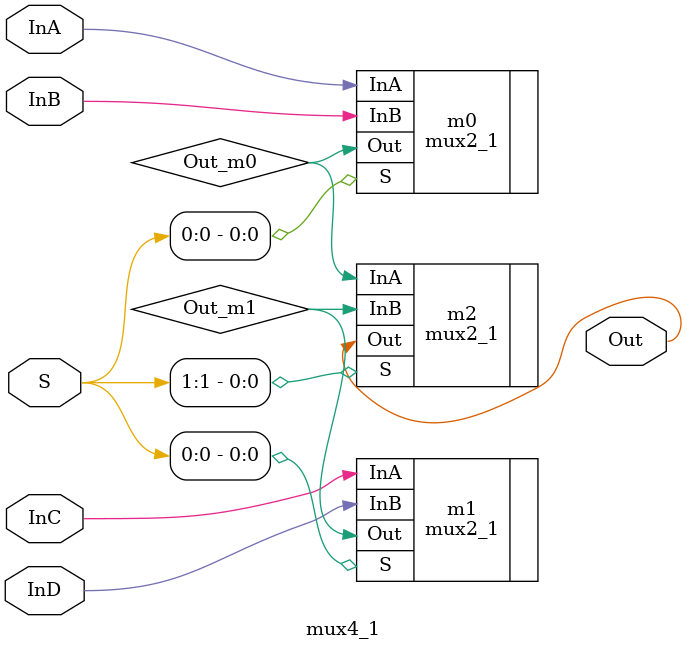
<source format=v>
/*
    CS/ECE 552 Spring '19
    Homework #3, Problem 1

    4-1 mux template
*/
module mux4_1(InA, InB, InC, InD, S, Out);
    input        InA, InB, InC, InD;
    input [1:0]  S;
    output       Out;

    wire Out_m0, Out_m1;

    mux2_1 m0(.InA(InA), .InB(InB), .S(S[0]), .Out(Out_m0));
    mux2_1 m1(.InA(InC), .InB(InD), .S(S[0]), .Out(Out_m1));
    mux2_1 m2(.InA(Out_m0), .InB(Out_m1), .S(S[1]), .Out(Out));


endmodule


// a = 00
// b = 01
// c = 10
// d = 11

</source>
